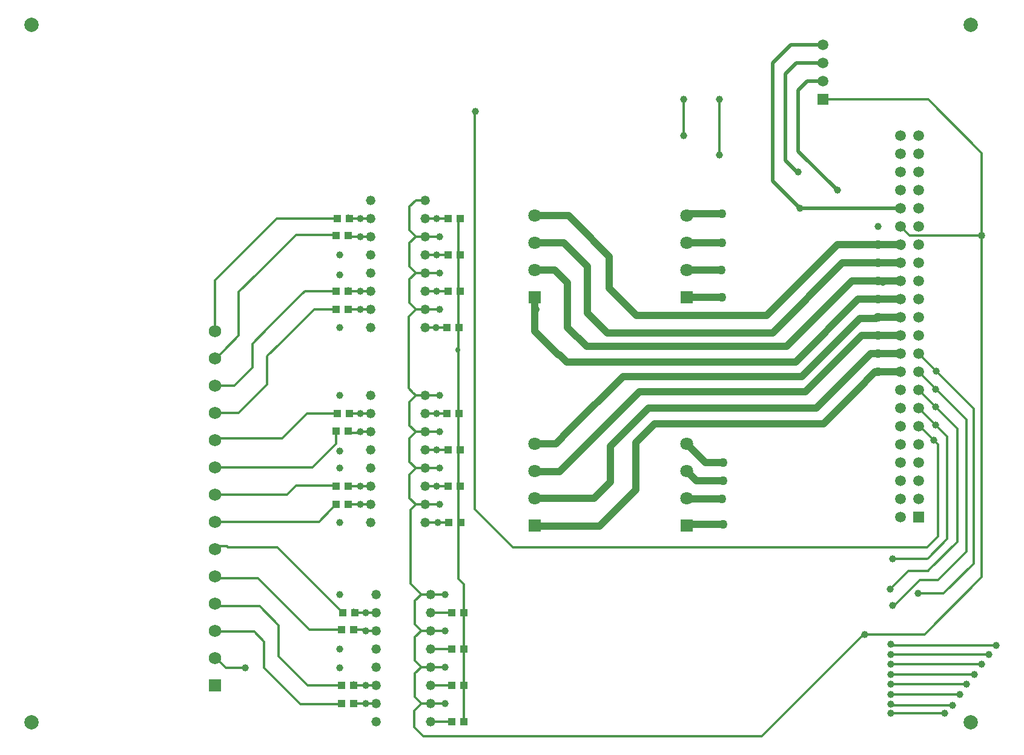
<source format=gbl>
G04 Layer_Physical_Order=2*
G04 Layer_Color=16711680*
%FSLAX25Y25*%
%MOIN*%
G70*
G01*
G75*
%ADD10R,0.04331X0.03937*%
%ADD12C,0.02000*%
%ADD13C,0.01181*%
%ADD15C,0.03937*%
%ADD19C,0.05905*%
%ADD20R,0.05905X0.05905*%
%ADD21C,0.05200*%
%ADD22R,0.06890X0.06890*%
%ADD23C,0.06890*%
%ADD24C,0.07874*%
%ADD25R,0.07087X0.07087*%
%ADD26C,0.07087*%
%ADD27C,0.03937*%
%ADD28C,0.04000*%
%ADD29C,0.03000*%
%ADD30C,0.05000*%
D10*
X188654Y36500D02*
D03*
X195346D02*
D03*
X189154Y76500D02*
D03*
X195846D02*
D03*
X188654Y26500D02*
D03*
X195346D02*
D03*
X188654Y67000D02*
D03*
X195346D02*
D03*
X249153Y36500D02*
D03*
X255847D02*
D03*
X249153Y76500D02*
D03*
X255847D02*
D03*
X249153Y16500D02*
D03*
X255847D02*
D03*
X249153Y56500D02*
D03*
X255847D02*
D03*
X246654Y186000D02*
D03*
X253346D02*
D03*
X247153Y146000D02*
D03*
X253847D02*
D03*
X247654Y126000D02*
D03*
X254346D02*
D03*
X247153Y166000D02*
D03*
X253847D02*
D03*
X186153Y186000D02*
D03*
X192847D02*
D03*
X185653Y136000D02*
D03*
X192347D02*
D03*
X185653Y146000D02*
D03*
X192347D02*
D03*
X185653Y176500D02*
D03*
X192347D02*
D03*
X185653Y243500D02*
D03*
X192347D02*
D03*
X185653Y253500D02*
D03*
X192347D02*
D03*
X185653Y284000D02*
D03*
X192347D02*
D03*
X186153Y293500D02*
D03*
X192847D02*
D03*
X246654Y233500D02*
D03*
X253346D02*
D03*
X247153Y253500D02*
D03*
X253847D02*
D03*
X247153Y273500D02*
D03*
X253847D02*
D03*
X247153Y293500D02*
D03*
X253847D02*
D03*
D12*
X433000Y325500D02*
X439800Y318700D01*
X426000Y314000D02*
X431000Y309000D01*
X441100Y298900D01*
X496400D01*
X496000Y288500D02*
X496400Y288900D01*
X496000Y298500D02*
X496400Y298900D01*
X440000Y330500D02*
X461500Y309000D01*
X440000Y330500D02*
Y359500D01*
Y364000D01*
X445000Y369000D01*
X453500D01*
X433000Y325500D02*
Y373000D01*
X439000Y379000D01*
X453500D01*
X426000Y314000D02*
Y379000D01*
X436000Y389000D01*
X453500D01*
D13*
X226500Y92500D02*
X228000Y91000D01*
X226500Y92500D02*
Y131000D01*
X228000Y91000D02*
X230000Y89000D01*
X232500Y86500D01*
X226500Y131000D02*
Y133000D01*
X229500Y136000D01*
X228000Y197500D02*
X229500Y196000D01*
X225500Y200000D02*
X228000Y197500D01*
X225500Y200000D02*
Y239500D01*
X229500Y243500D01*
Y303500D02*
X234500D01*
X226000Y300000D02*
X229500Y303500D01*
X226000Y287000D02*
Y300000D01*
Y287000D02*
X229500Y283500D01*
X234500D01*
X226000Y267000D02*
X229500Y263500D01*
X226000Y267000D02*
Y280000D01*
X229500Y283500D01*
X226000Y247000D02*
X229500Y243500D01*
X226000Y247000D02*
Y260000D01*
X229500Y263500D01*
X234500D01*
X229500Y243500D02*
X234500D01*
X229500Y196000D02*
X234500D01*
X226000Y192500D02*
X229500Y196000D01*
X226000Y179500D02*
Y192500D01*
Y179500D02*
X229500Y176000D01*
X234500D01*
X226000Y159500D02*
X229500Y156000D01*
X226000Y159500D02*
Y172500D01*
X229500Y176000D01*
X226000Y139500D02*
X229500Y136000D01*
X226000Y139500D02*
Y152500D01*
X229500Y156000D01*
X234500D01*
X229500Y136000D02*
X234500D01*
X233000Y263500D02*
X234500D01*
X228500Y22500D02*
X232500Y26500D01*
X228500Y13500D02*
Y22500D01*
Y13500D02*
X233500Y8500D01*
X420000D02*
X476500Y65000D01*
X233500Y8500D02*
X420000D01*
X256000Y36154D02*
Y66654D01*
X255847Y36000D02*
X256000Y36154D01*
X237500Y16500D02*
X244000D01*
X248654D01*
Y56500D02*
X249153Y57000D01*
X244000Y56500D02*
X248654D01*
X237500D02*
X244000D01*
X232500Y26500D02*
X237500D01*
X232500Y46500D02*
X237500D01*
X229000Y43000D02*
X232500Y46500D01*
X229000Y30000D02*
Y43000D01*
Y30000D02*
X232500Y26500D01*
Y66500D02*
X237500D01*
X229000Y63000D02*
X232500Y66500D01*
X229000Y50000D02*
Y63000D01*
Y50000D02*
X232500Y46500D01*
Y66500D02*
X237500D01*
X229000Y70000D02*
X232500Y66500D01*
X229000Y70000D02*
Y83000D01*
X396500Y328500D02*
X397000Y328000D01*
X396500Y328500D02*
Y359000D01*
X377000Y339000D02*
Y359000D01*
X541000Y96000D02*
Y284000D01*
X509500Y64500D02*
X541000Y96000D01*
X262000Y133500D02*
Y352500D01*
Y133500D02*
X283000Y112500D01*
X505000D01*
X237000Y16000D02*
X237500Y16500D01*
X476500Y65000D02*
X477000Y64500D01*
X508500D01*
X509500D01*
X501300Y284000D02*
X541000D01*
X496400Y288900D02*
X501300Y284000D01*
X492000Y80500D02*
X493000D01*
X507000Y94500D01*
X490500Y89500D02*
X500500Y99500D01*
X505500D01*
X507000Y94500D02*
X514500D01*
X532500Y110000D02*
Y182800D01*
X517000Y94500D02*
X532500Y110000D01*
X514500Y94500D02*
X517000D01*
X506000Y87000D02*
X520000D01*
X536500Y103500D01*
Y188800D01*
X506400Y218900D02*
X536500Y188800D01*
X506400Y208900D02*
X532500Y182800D01*
X505500Y99500D02*
X511500D01*
X512000Y100000D01*
X527500Y115500D01*
Y120000D01*
Y177800D01*
X506400Y198900D02*
X527500Y177800D01*
X492000Y106000D02*
X511000D01*
X511500Y106500D01*
X522000Y117000D01*
Y137500D01*
Y173300D01*
X506400Y188900D02*
X522000Y173300D01*
X505000Y112500D02*
X511000D01*
X517000Y118500D01*
X491000Y21000D02*
X520500D01*
X491000Y31500D02*
X529000D01*
X491000Y37000D02*
X527500D01*
X491000Y42500D02*
X537000D01*
X491000Y48000D02*
X541000D01*
X491000Y53500D02*
X545000D01*
X506400Y338900D02*
X506500Y339000D01*
X256000Y76653D02*
X256653Y76000D01*
X237500Y86500D02*
X238000Y87000D01*
X229000Y83000D02*
X232500Y86500D01*
X237500D01*
X234000Y233000D02*
X234500Y233500D01*
X255847Y76500D02*
X256000Y76653D01*
Y82000D01*
Y92000D01*
X252847Y95153D02*
X256000Y92000D01*
X252847Y95153D02*
Y136000D01*
Y146000D02*
Y176000D01*
Y187153D02*
X253500Y186500D01*
X252847Y187153D02*
Y243500D01*
Y253500D02*
Y283500D01*
X506400Y338900D02*
X507500Y340000D01*
X252847Y243500D02*
Y247654D01*
Y253500D01*
X255847Y16500D02*
Y31346D01*
Y36500D01*
X256000Y66654D02*
Y70000D01*
Y76346D01*
X255847Y76500D02*
X256000Y76346D01*
X252847Y136000D02*
Y140654D01*
Y146000D01*
Y176000D02*
Y182153D01*
Y186000D01*
Y283500D02*
Y288653D01*
X253000Y288500D01*
X252847Y288653D02*
Y293500D01*
X166000Y26000D02*
X182500D01*
X146000Y46000D02*
X166000Y26000D01*
X139500Y224500D02*
X148000Y233000D01*
X139500Y211500D02*
Y224500D01*
X148000Y233000D02*
X150000Y235000D01*
X132500Y273000D02*
X134500Y275000D01*
X153000Y293500D01*
X179000D01*
X185153Y284500D02*
X185653Y284000D01*
X179500Y284500D02*
X185153D01*
X163500D02*
X179500D01*
X142500Y263500D02*
X163500Y284500D01*
X150000Y235000D02*
X167000Y252000D01*
X168500Y253500D01*
X185653D01*
X177500Y243500D02*
X185653D01*
X173500D02*
X177500D01*
X154500Y224500D02*
X173500Y243500D01*
X171000Y186000D02*
X186153D01*
X169500D02*
X171000D01*
X156000Y172500D02*
X169500Y186000D01*
X185500Y176347D02*
X185653Y176500D01*
X185500Y169500D02*
Y176347D01*
X172500Y156500D02*
X185500Y169500D01*
X119000Y156500D02*
X172500D01*
X185000Y146500D02*
X185500Y146000D01*
X163500Y146500D02*
X185000D01*
X158500Y141500D02*
X163500Y146500D01*
X155000Y141500D02*
X158500D01*
X182185Y132531D02*
X185653Y136000D01*
X176154Y126500D02*
X182185Y132531D01*
X149000Y126500D02*
X176154D01*
X145000Y112500D02*
X147500D01*
X153154D01*
X189154Y76500D01*
X142000Y95500D02*
X142500D01*
X144000Y94000D01*
X171000Y67000D01*
X188654D01*
X154000Y67500D02*
Y69500D01*
Y52500D02*
Y67500D01*
Y52500D02*
X170000Y36500D01*
X188654D01*
X188154Y26000D02*
X188654Y26500D01*
X182500Y26000D02*
X188154D01*
X146000Y46000D02*
Y60500D01*
X187500Y67000D02*
X188654D01*
X140500Y66000D02*
X146000Y60500D01*
X119500Y66000D02*
X140500D01*
X119000Y66500D02*
X119500Y66000D01*
X188154Y37000D02*
X188654Y36500D01*
X143500Y80000D02*
X154000Y69500D01*
X120500Y80000D02*
X143500D01*
X119000Y81500D02*
X120500Y80000D01*
X120000Y95500D02*
X142000D01*
X119000Y96500D02*
X120000Y95500D01*
X119000Y111500D02*
X120500Y113000D01*
X125500D01*
X126000Y112500D01*
X145000D01*
X185153Y136500D02*
X185653Y136000D01*
X119000Y126500D02*
X149000D01*
X185500Y146000D02*
X185653D01*
X119000Y141500D02*
X155000D01*
X184653Y177500D02*
X185653Y176500D01*
X119000Y171500D02*
X120000Y172500D01*
X127000D01*
X156000D01*
X184653Y244500D02*
X185653Y243500D01*
X148000Y218000D02*
X154500Y224500D01*
X147500Y217500D02*
X148000Y218000D01*
X147500Y202000D02*
Y217500D01*
X132000Y186500D02*
X147500Y202000D01*
X119000Y186500D02*
X132000D01*
X119000Y201500D02*
X129500D01*
X139500Y211500D01*
X119000Y216500D02*
X119500D01*
X123500Y220500D01*
X132000Y229000D01*
Y253000D01*
X142500Y263500D01*
X179000Y293500D02*
X186153D01*
X119000Y259500D02*
X132500Y273000D01*
X119000Y231500D02*
Y259500D01*
X242000Y36500D02*
X248654D01*
X237500Y76500D02*
X244000D01*
X201500Y26500D02*
X207500D01*
X195346Y27500D02*
X196346Y26500D01*
X195346Y38000D02*
X196846Y36500D01*
X204000D01*
X195346Y68000D02*
X196346Y67000D01*
X203000D01*
X202500Y76500D02*
X207500D01*
X195346Y78000D02*
X196846Y76500D01*
X248654Y36500D02*
X249153Y37000D01*
X244000Y76500D02*
X248654D01*
X249153Y77000D01*
X237500Y36500D02*
X242000D01*
X204000D02*
X207500D01*
X196346Y26500D02*
X201500D01*
X196846Y76500D02*
X202500D01*
X241000Y126000D02*
X246153D01*
X241000Y166000D02*
X246153D01*
X239000Y146000D02*
X245654D01*
X241000Y186000D02*
X245654D01*
X234500Y126000D02*
X238600D01*
X234500Y166000D02*
X241000D01*
X193347Y136000D02*
X198500D01*
X245654Y146000D02*
X246153Y146500D01*
X245654Y186000D02*
X246153Y186500D01*
X234500Y146000D02*
X239000D01*
X234500Y186000D02*
X241000D01*
X193846Y146000D02*
X201000D01*
X193846Y186000D02*
X199500D01*
X238600Y126000D02*
X241500D01*
X198500Y136000D02*
X204500D01*
X192347Y137000D02*
X193347Y136000D01*
X201000Y146000D02*
X204500D01*
X199500Y186000D02*
X204500D01*
X192347Y147500D02*
X193846Y146000D01*
X192347Y187500D02*
X193846Y186000D01*
X234450Y233500D02*
X238550D01*
X234500Y253500D02*
X239000D01*
X234500Y273500D02*
X241000D01*
X234500Y293500D02*
X241000D01*
X240950Y233500D02*
X246104D01*
X239000Y253500D02*
X245654D01*
X241000Y273500D02*
X246153D01*
X241000Y293500D02*
X245654D01*
X198500Y243500D02*
X204500D01*
X193347D02*
X198500D01*
X201000Y253500D02*
X204500D01*
X193846D02*
X201000D01*
X199500Y293500D02*
X204500D01*
X193846D02*
X199500D01*
X192347Y244500D02*
X193347Y243500D01*
X245654Y253500D02*
X246153Y254000D01*
X245654Y293500D02*
X246153Y294000D01*
X238550Y233500D02*
X241450D01*
X192347Y255000D02*
X193846Y253500D01*
X192347Y295000D02*
X193846Y293500D01*
X494800Y308500D02*
X495400Y307900D01*
X511500Y359000D02*
X541000Y329500D01*
Y284000D02*
Y329500D01*
X451000Y378500D02*
X451500Y379000D01*
X453500Y359000D02*
X511500D01*
X119000Y51500D02*
X119500D01*
X125000Y46000D01*
X130500D01*
X135500D01*
X544000Y58500D02*
X549000D01*
X491000Y59000D02*
X491500Y58500D01*
X544000D01*
X527500Y37000D02*
X532500D01*
X518500Y25500D02*
X525000D01*
X491000Y26000D02*
X491500Y25500D01*
X518500D01*
X514500Y171500D02*
X517000Y169000D01*
Y118500D02*
Y169000D01*
X506400Y178900D02*
X507100D01*
X514500Y171500D01*
X192347Y177500D02*
X194346Y175500D01*
X199000D01*
X199500Y176000D01*
X204500D01*
X199500Y283500D02*
X204500D01*
X192347Y285000D02*
X193846Y283500D01*
X195500D01*
X199500D01*
X203000Y67000D02*
X203500Y66500D01*
X207500D01*
X234500Y283500D02*
X242500D01*
X234500Y263500D02*
X242500D01*
X234500Y243500D02*
X242500D01*
X234500Y196000D02*
X242500D01*
X234500Y176000D02*
X242500D01*
X234500Y156000D02*
X242500D01*
X237500Y26500D02*
X245500D01*
X237500Y46500D02*
X245500D01*
X237500Y66500D02*
X245500D01*
X237500Y86500D02*
X245500D01*
X234500Y136000D02*
X242500D01*
D15*
X361000Y180500D02*
X454000D01*
X350500Y170000D02*
X361000Y180500D01*
X350500Y144000D02*
Y170000D01*
X330500Y124000D02*
X350500Y144000D01*
X306000Y124000D02*
X330500D01*
X335000Y230500D02*
X426000D01*
X324000Y241500D02*
X335000Y230500D01*
X351000Y240000D02*
X422500D01*
X336000Y255000D02*
X351000Y240000D01*
X336000Y255000D02*
Y272500D01*
X317500Y291000D02*
X336000Y272500D01*
X311000Y280000D02*
X324000Y267000D01*
Y241500D02*
Y267000D01*
X310000Y280000D02*
X311000D01*
X302000D02*
X310000D01*
X313000Y233500D02*
Y258000D01*
X306000Y265000D02*
X313000Y258000D01*
Y233500D02*
X323500Y223000D01*
X433500D01*
X469500Y259000D01*
X438500Y214500D02*
X472900Y248900D01*
X312500Y214500D02*
X438500D01*
X308500Y218500D02*
X312500Y214500D01*
X301512Y154000D02*
X308500D01*
X318000Y163500D01*
X326000Y171500D01*
X346000Y191500D01*
X343500Y206500D02*
X353000D01*
X314000Y177000D02*
X343500Y206500D01*
X353000D02*
X442000D01*
X352500Y198000D02*
X444000D01*
X346000Y191500D02*
X352500Y198000D01*
X444000D02*
X474900Y228900D01*
X336500Y168000D02*
X357500Y189000D01*
X336500Y148500D02*
Y168000D01*
X450000Y189000D02*
X480000Y219000D01*
X357500Y189000D02*
X450000D01*
X454000Y180500D02*
X472000Y198500D01*
X495500Y279000D02*
X496500Y278000D01*
X486000Y279000D02*
X495500D01*
X313500Y295000D02*
X317500Y291000D01*
X295000Y295000D02*
X313500D01*
X295000Y280000D02*
X302000D01*
X466900Y268900D02*
X496400D01*
X496300Y259000D02*
X496400Y258900D01*
X486000Y259000D02*
X496300D01*
X486000D02*
X486500Y258500D01*
X469500Y259000D02*
X486000D01*
X295000Y265000D02*
X306000D01*
X295000Y242988D02*
Y250000D01*
Y242988D02*
X295500Y243488D01*
X295000Y231500D02*
Y242988D01*
Y231500D02*
X308000Y218500D01*
X308500D01*
X472900Y248900D02*
X496400D01*
X306500Y169500D02*
X314000Y177000D01*
X295000Y169500D02*
X306500D01*
X295000Y154500D02*
X295500Y154000D01*
X301512D01*
X474900Y228900D02*
X496400D01*
X496300Y219000D02*
X496400Y218900D01*
X480000Y219000D02*
X496300D01*
X480000D02*
X481000D01*
X327500Y139500D02*
X336500Y148500D01*
X295000Y139500D02*
X327500D01*
X295000Y124500D02*
X295500Y124000D01*
X306000D01*
X472000Y198500D02*
X482400Y208900D01*
X496300Y179000D02*
X496400Y178900D01*
X495750Y188250D02*
X496400Y188900D01*
X496000Y238500D02*
X496400Y238900D01*
X496027Y279273D02*
X496400Y278900D01*
X422500Y240000D02*
X461500Y279000D01*
X486000D01*
X426000Y230500D02*
X464400Y268900D01*
X466900D01*
X442000Y206500D02*
X474000Y238500D01*
X482400Y208900D02*
X496200D01*
X496300Y209000D01*
X474000Y238500D02*
X482900D01*
X483900Y239500D01*
Y238900D02*
X496400D01*
X385500Y296000D02*
X398000D01*
X379000D02*
X385500D01*
X378500Y295500D02*
X379000Y296000D01*
X378500Y295000D02*
Y295500D01*
X386500Y280000D02*
X398000D01*
X378500D02*
X386500D01*
X378500Y265000D02*
X397500D01*
X378500Y250000D02*
X398000D01*
X378500Y169500D02*
X389000Y159000D01*
X398500D01*
X378500Y139000D02*
X398000D01*
X379000Y125000D02*
X398500D01*
X378500Y154500D02*
X384000Y149000D01*
X398500D01*
D19*
X453500Y389000D02*
D03*
Y379000D02*
D03*
Y369000D02*
D03*
X496400Y338900D02*
D03*
X506400D02*
D03*
X496400Y328900D02*
D03*
X506400D02*
D03*
X496400Y318900D02*
D03*
X506400D02*
D03*
X496400Y308900D02*
D03*
X506400D02*
D03*
X496400Y298900D02*
D03*
X506400D02*
D03*
X496400Y288900D02*
D03*
X506400D02*
D03*
X496400Y278900D02*
D03*
X506400D02*
D03*
X496400Y268900D02*
D03*
X506400D02*
D03*
X496400Y258900D02*
D03*
X506400D02*
D03*
X496400Y248900D02*
D03*
X506400D02*
D03*
X496400Y238900D02*
D03*
X506400D02*
D03*
X496400Y228900D02*
D03*
X506400D02*
D03*
X496400Y218900D02*
D03*
X506400D02*
D03*
X496400Y208900D02*
D03*
X506400D02*
D03*
X496400Y198900D02*
D03*
X506400D02*
D03*
X496400Y188900D02*
D03*
X506400D02*
D03*
X496400Y178900D02*
D03*
X506400D02*
D03*
X496400Y168900D02*
D03*
X506400D02*
D03*
X496400Y158900D02*
D03*
X506400D02*
D03*
X496400Y148900D02*
D03*
X506400D02*
D03*
Y138900D02*
D03*
X496400Y128900D02*
D03*
Y138900D02*
D03*
D20*
X453500Y359000D02*
D03*
X506400Y128900D02*
D03*
D21*
X207500Y16500D02*
D03*
Y26500D02*
D03*
Y76500D02*
D03*
Y86500D02*
D03*
Y36500D02*
D03*
Y46500D02*
D03*
Y66500D02*
D03*
Y56500D02*
D03*
X237500Y86500D02*
D03*
Y76500D02*
D03*
Y66500D02*
D03*
Y56500D02*
D03*
Y46500D02*
D03*
Y36500D02*
D03*
Y26500D02*
D03*
Y16500D02*
D03*
X204500Y126000D02*
D03*
Y136000D02*
D03*
Y186000D02*
D03*
Y196000D02*
D03*
Y146000D02*
D03*
Y156000D02*
D03*
Y176000D02*
D03*
Y166000D02*
D03*
X234500Y196000D02*
D03*
Y186000D02*
D03*
Y176000D02*
D03*
Y166000D02*
D03*
Y156000D02*
D03*
Y146000D02*
D03*
Y136000D02*
D03*
Y126000D02*
D03*
X204500Y233500D02*
D03*
Y243500D02*
D03*
Y293500D02*
D03*
Y303500D02*
D03*
Y253500D02*
D03*
Y263500D02*
D03*
Y283500D02*
D03*
Y273500D02*
D03*
X234500Y303500D02*
D03*
Y293500D02*
D03*
Y283500D02*
D03*
Y273500D02*
D03*
Y263500D02*
D03*
Y253500D02*
D03*
Y243500D02*
D03*
Y233500D02*
D03*
D22*
X119000Y36500D02*
D03*
D23*
Y51500D02*
D03*
Y66500D02*
D03*
Y81500D02*
D03*
Y96500D02*
D03*
Y111500D02*
D03*
Y126500D02*
D03*
Y141500D02*
D03*
Y156500D02*
D03*
Y171500D02*
D03*
Y186500D02*
D03*
Y201500D02*
D03*
Y216500D02*
D03*
Y231500D02*
D03*
D24*
X18000Y16000D02*
D03*
Y400000D02*
D03*
X535000D02*
D03*
Y16000D02*
D03*
D25*
X295000Y250000D02*
D03*
Y124500D02*
D03*
X378500D02*
D03*
Y250000D02*
D03*
D26*
X295000Y265000D02*
D03*
Y280000D02*
D03*
Y295000D02*
D03*
Y139500D02*
D03*
Y154500D02*
D03*
Y169500D02*
D03*
X378500Y139500D02*
D03*
Y154500D02*
D03*
Y169500D02*
D03*
Y265000D02*
D03*
Y280000D02*
D03*
Y295000D02*
D03*
D27*
X461500Y309000D02*
D03*
X262250Y352250D02*
D03*
X476500Y64500D02*
D03*
X441000Y298900D02*
D03*
X440000Y319000D02*
D03*
X396500Y328500D02*
D03*
X377000Y339000D02*
D03*
X492000Y106000D02*
D03*
X490500Y89500D02*
D03*
X492000Y80500D02*
D03*
X506000Y87000D02*
D03*
X491000Y37000D02*
D03*
Y59000D02*
D03*
Y21000D02*
D03*
Y26000D02*
D03*
Y31500D02*
D03*
Y42500D02*
D03*
Y48000D02*
D03*
Y53500D02*
D03*
X187500Y273500D02*
D03*
Y262500D02*
D03*
Y233500D02*
D03*
Y196000D02*
D03*
Y165500D02*
D03*
Y156000D02*
D03*
Y126000D02*
D03*
Y86500D02*
D03*
Y46000D02*
D03*
Y56500D02*
D03*
X377000Y359000D02*
D03*
X396500D02*
D03*
X483900Y288900D02*
D03*
X135500Y46000D02*
D03*
X549000Y58500D02*
D03*
X545000Y53500D02*
D03*
X541000Y48000D02*
D03*
X537000Y42500D02*
D03*
X532500Y37000D02*
D03*
X529000Y31500D02*
D03*
X525000Y25500D02*
D03*
X520500Y21000D02*
D03*
X514500Y171500D02*
D03*
X515500Y179800D02*
D03*
Y189800D02*
D03*
X515800Y199500D02*
D03*
X516000Y209500D02*
D03*
X199000Y136000D02*
D03*
Y146000D02*
D03*
Y176000D02*
D03*
Y186000D02*
D03*
Y293500D02*
D03*
Y283500D02*
D03*
Y253500D02*
D03*
Y243500D02*
D03*
X202000Y26500D02*
D03*
Y36500D02*
D03*
Y66500D02*
D03*
Y76500D02*
D03*
X242500Y283500D02*
D03*
Y263500D02*
D03*
Y243500D02*
D03*
Y196000D02*
D03*
Y176000D02*
D03*
Y156000D02*
D03*
X245500Y26500D02*
D03*
Y46500D02*
D03*
Y66500D02*
D03*
Y86500D02*
D03*
X242500Y136000D02*
D03*
X240500Y233500D02*
D03*
X241000Y293500D02*
D03*
Y273500D02*
D03*
Y253500D02*
D03*
Y186000D02*
D03*
Y166000D02*
D03*
Y146000D02*
D03*
X241500Y126000D02*
D03*
D28*
X541000Y284000D02*
D03*
D29*
X252500Y221000D02*
D03*
D30*
X483900Y278900D02*
D03*
Y268900D02*
D03*
Y258900D02*
D03*
Y248900D02*
D03*
Y238900D02*
D03*
Y228900D02*
D03*
Y218900D02*
D03*
Y208900D02*
D03*
X398500Y158900D02*
D03*
Y149000D02*
D03*
X398000Y138900D02*
D03*
X398500Y125000D02*
D03*
X398000Y296000D02*
D03*
Y280000D02*
D03*
X397500Y265000D02*
D03*
X398000Y250000D02*
D03*
M02*

</source>
